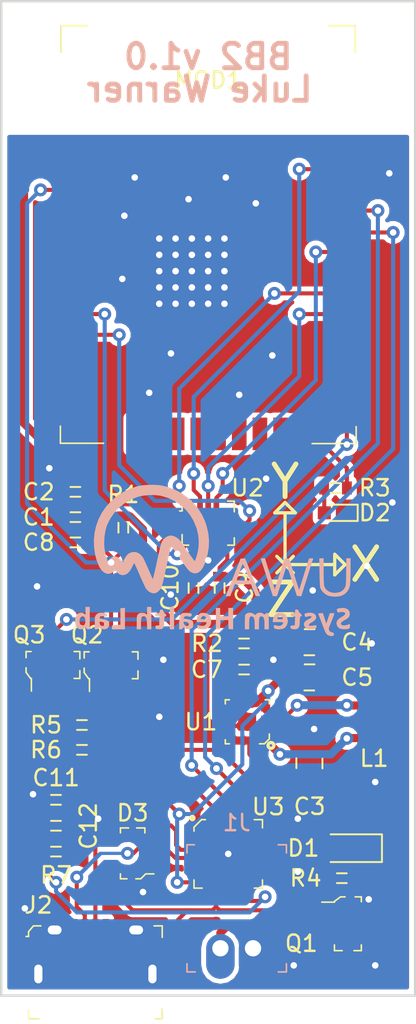
<source format=kicad_pcb>
(kicad_pcb (version 20171130) (host pcbnew "(5.0.0)")
  (layers (0 F.Cu signal) (31 B.Cu signal) (34 B.Paste user hide) (35 F.Paste user hide) (36 B.SilkS user) (37 F.SilkS user) (38 B.Mask user hide) (39 F.Mask user hide) (44 Edge.Cuts user))
  (net 0 "")
  (net 1 GND)
  (net 2 VDD3V3)
  (net 3 "Net-(C3-Pad1)")
  (net 4 "Net-(C7-Pad1)")
  (net 5 EN)
  (net 6 VDDIO)
  (net 7 "Net-(D2-Pad2)")
  (net 8 VBAT)
  (net 9 USB_DP)
  (net 10 "Net-(J2-Pad4)")
  (net 11 USB_DN)
  (net 12 VBUS)
  (net 13 "Net-(L1-Pad1)")
  (net 14 "Net-(L1-Pad2)")
  (net 15 "Net-(MOD1-Pad16)")
  (net 16 "Net-(MOD1-Pad17)")
  (net 17 "Net-(MOD1-Pad18)")
  (net 18 "Net-(MOD1-Pad19)")
  (net 19 "Net-(MOD1-Pad20)")
  (net 20 "Net-(MOD1-Pad21)")
  (net 21 "Net-(MOD1-Pad22)")
  (net 22 "Net-(MOD1-Pad23)")
  (net 23 "Net-(MOD1-Pad4)")
  (net 24 "Net-(MOD1-Pad5)")
  (net 25 "Net-(MOD1-Pad6)")
  (net 26 "Net-(MOD1-Pad7)")
  (net 27 LED)
  (net 28 INT1)
  (net 29 INT2)
  (net 30 "Net-(MOD1-Pad11)")
  (net 31 "Net-(MOD1-Pad12)")
  (net 32 "Net-(MOD1-Pad13)")
  (net 33 "Net-(MOD1-Pad14)")
  (net 34 MOSI)
  (net 35 "Net-(MOD1-Pad36)")
  (net 36 TXD)
  (net 37 RXD)
  (net 38 CS)
  (net 39 "Net-(MOD1-Pad32)")
  (net 40 MISO)
  (net 41 SCL)
  (net 42 "Net-(MOD1-Pad29)")
  (net 43 "Net-(MOD1-Pad28)")
  (net 44 "Net-(MOD1-Pad27)")
  (net 45 "Net-(MOD1-Pad26)")
  (net 46 IO0)
  (net 47 "Net-(R2-Pad1)")
  (net 48 "Net-(Q2-Pad1)")
  (net 49 DTR)
  (net 50 RTS)
  (net 51 "Net-(Q3-Pad1)")
  (net 52 "Net-(R7-Pad2)")
  (net 53 "Net-(U2-Pad11)")
  (net 54 "Net-(U2-Pad10)")
  (net 55 "Net-(U3-Pad1)")
  (net 56 "Net-(U3-Pad16)")
  (net 57 "Net-(U3-Pad17)")
  (net 58 "Net-(U3-Pad18)")
  (net 59 "Net-(U3-Pad15)")
  (net 60 "Net-(U3-Pad14)")
  (net 61 "Net-(U3-Pad13)")
  (net 62 "Net-(U3-Pad10)")
  (net 63 "Net-(U3-Pad11)")
  (net 64 "Net-(U3-Pad12)")
  (net 65 "Net-(U3-Pad22)")
  (net 66 "Net-(U3-Pad24)")
  (net 67 "Net-(MOD1-Pad8)")
  (module myfootprint:LGA-14L_2.5x3mm__ISM330DLC (layer F.Cu) (at 151.13 118.5545)
    (fp_text reference U2 (at 2.413 -2.159) (layer F.SilkS))
    (fp_text value ISM330DLC)
    (pad 2 smd rect (at -1.175 -0.25) (size 0.7 0.35) (layers F.Cu F.Paste F.Mask) (net 6 VDDIO))
    (pad 3 smd rect (at -1.175 0.25) (size 0.7 0.35) (layers F.Cu F.Paste F.Mask) (net 6 VDDIO))
    (pad 4 smd rect (at -1.175 0.75) (size 0.7 0.35) (layers F.Cu F.Paste F.Mask) (net 28 INT1))
    (pad 1 smd rect (at -1.175 -0.75) (size 0.7 0.35) (layers F.Cu F.Paste F.Mask) (net 40 MISO))
    (pad 11 smd rect (at 1.175 -0.75) (size 0.7 0.35) (layers F.Cu F.Paste F.Mask) (net 53 "Net-(U2-Pad11)"))
    (pad 10 smd rect (at 1.175 -0.25) (size 0.7 0.35) (layers F.Cu F.Paste F.Mask) (net 54 "Net-(U2-Pad10)"))
    (pad 9 smd rect (at 1.175 0.25) (size 0.7 0.35) (layers F.Cu F.Paste F.Mask) (net 29 INT2))
    (pad 8 smd rect (at 1.175 0.75) (size 0.7 0.35) (layers F.Cu F.Paste F.Mask) (net 2 VDD3V3))
    (pad 6 smd rect (at 0 0.925) (size 0.35 0.7) (layers F.Cu F.Paste F.Mask) (net 1 GND))
    (pad 7 smd rect (at 0.5 0.925) (size 0.35 0.7) (layers F.Cu F.Paste F.Mask) (net 1 GND))
    (pad 5 smd rect (at -0.5 0.925) (size 0.35 0.7) (layers F.Cu F.Paste F.Mask) (net 6 VDDIO))
    (pad 13 smd rect (at 0 -0.925) (size 0.35 0.7) (layers F.Cu F.Paste F.Mask) (net 41 SCL))
    (pad 14 smd rect (at -0.5 -0.925) (size 0.35 0.7) (layers F.Cu F.Paste F.Mask) (net 34 MOSI))
    (pad 12 smd rect (at 0.5 -0.925) (size 0.35 0.7) (layers F.Cu F.Paste F.Mask) (net 38 CS))
  )
  (module digikey-footprints:LED_0603 (layer F.Cu) (at 159.004 117.9195 180)
    (fp_text reference D2 (at -2.3495 0 180) (layer F.SilkS))
    (fp_text value LED_RED)
    (pad 2 smd rect (at 0.75 0 180) (size 0.8 0.8) (layers F.Cu F.Paste F.Mask) (net 7 "Net-(D2-Pad2)"))
    (pad 1 smd rect (at -0.75 0 180) (size 0.8 0.8) (layers F.Cu F.Paste F.Mask) (net 1 GND))
  )
  (module myfootprint:QFN-24-1EP_4x4mm_CP2102N (layer F.Cu) (at 152.360278 138.843241)
    (fp_text reference U3 (at 2.452722 -2.889741) (layer F.SilkS))
    (fp_text value CP2102N-A01-GQFN24)
    (pad 25 smd rect (at 0 0) (size 2.55 2.55) (layers F.Cu F.Paste F.Mask) (net 1 GND))
    (pad 24 smd rect (at -1.25 -2) (size 0.3 0.85) (layers F.Cu F.Paste F.Mask) (net 66 "Net-(U3-Pad24)"))
    (pad 23 smd rect (at -0.75 -2) (size 0.3 0.85) (layers F.Cu F.Paste F.Mask) (net 49 DTR))
    (pad 19 smd rect (at 1.25 -2) (size 0.3 0.85) (layers F.Cu F.Paste F.Mask) (net 50 RTS))
    (pad 20 smd rect (at 0.75 -2) (size 0.3 0.85) (layers F.Cu F.Paste F.Mask) (net 37 RXD))
    (pad 21 smd rect (at 0.25 -2) (size 0.3 0.85) (layers F.Cu F.Paste F.Mask) (net 36 TXD))
    (pad 22 smd rect (at -0.25 -2) (size 0.3 0.85) (layers F.Cu F.Paste F.Mask) (net 65 "Net-(U3-Pad22)"))
    (pad 12 smd rect (at 1.25 2) (size 0.3 0.85) (layers F.Cu F.Paste F.Mask) (net 64 "Net-(U3-Pad12)"))
    (pad 11 smd rect (at 0.75 2) (size 0.3 0.85) (layers F.Cu F.Paste F.Mask) (net 63 "Net-(U3-Pad11)"))
    (pad 10 smd rect (at 0.25 2) (size 0.3 0.85) (layers F.Cu F.Paste F.Mask) (net 62 "Net-(U3-Pad10)"))
    (pad 7 smd rect (at -1.25 2) (size 0.3 0.85) (layers F.Cu F.Paste F.Mask) (net 2 VDD3V3))
    (pad 8 smd rect (at -0.75 2) (size 0.3 0.85) (layers F.Cu F.Paste F.Mask) (net 12 VBUS))
    (pad 9 smd rect (at -0.25 2) (size 0.3 0.85) (layers F.Cu F.Paste F.Mask) (net 52 "Net-(R7-Pad2)"))
    (pad 13 smd rect (at 2 1.25) (size 0.85 0.3) (layers F.Cu F.Paste F.Mask) (net 61 "Net-(U3-Pad13)"))
    (pad 14 smd rect (at 2 0.75) (size 0.85 0.3) (layers F.Cu F.Paste F.Mask) (net 60 "Net-(U3-Pad14)"))
    (pad 15 smd rect (at 2 0.25) (size 0.85 0.3) (layers F.Cu F.Paste F.Mask) (net 59 "Net-(U3-Pad15)"))
    (pad 18 smd rect (at 2 -1.25) (size 0.85 0.3) (layers F.Cu F.Paste F.Mask) (net 58 "Net-(U3-Pad18)"))
    (pad 17 smd rect (at 2 -0.75) (size 0.85 0.3) (layers F.Cu F.Paste F.Mask) (net 57 "Net-(U3-Pad17)"))
    (pad 16 smd rect (at 2 -0.25) (size 0.85 0.3) (layers F.Cu F.Paste F.Mask) (net 56 "Net-(U3-Pad16)"))
    (pad 1 smd rect (at -2 -1.25) (size 0.85 0.3) (layers F.Cu F.Paste F.Mask) (net 55 "Net-(U3-Pad1)"))
    (pad 2 smd rect (at -2 -0.75) (size 0.85 0.3) (layers F.Cu F.Paste F.Mask) (net 1 GND))
    (pad 6 smd rect (at -2 1.25) (size 0.85 0.3) (layers F.Cu F.Paste F.Mask) (net 2 VDD3V3))
    (pad 5 smd rect (at -2 0.75) (size 0.85 0.3) (layers F.Cu F.Paste F.Mask) (net 2 VDD3V3))
    (pad 4 smd rect (at -2 0.25) (size 0.85 0.3) (layers F.Cu F.Paste F.Mask) (net 11 USB_DN))
    (pad 3 smd rect (at -2 -0.25) (size 0.85 0.3) (layers F.Cu F.Paste F.Mask) (net 9 USB_DP))
  )
  (module digikey-footprints:0603 (layer F.Cu) (at 142.98 118.184 180)
    (fp_text reference C1 (at 2.25 0 180) (layer F.SilkS))
    (fp_text value 100n)
    (pad 1 smd rect (at -0.7 0 180) (size 0.6 0.8) (layers F.Cu F.Paste F.Mask) (net 2 VDD3V3))
    (pad 2 smd rect (at 0.7 0 180) (size 0.6 0.8) (layers F.Cu F.Paste F.Mask) (net 1 GND))
  )
  (module digikey-footprints:0603 (layer F.Cu) (at 142.98 116.634 180)
    (fp_text reference C2 (at 2.25 0 180) (layer F.SilkS))
    (fp_text value 10u)
    (pad 1 smd rect (at -0.7 0 180) (size 0.6 0.8) (layers F.Cu F.Paste F.Mask) (net 2 VDD3V3))
    (pad 2 smd rect (at 0.7 0 180) (size 0.6 0.8) (layers F.Cu F.Paste F.Mask) (net 1 GND))
  )
  (module digikey-footprints:0805 (layer F.Cu) (at 157.340926 133.27924 90)
    (fp_text reference C3 (at -2.65476 0.012074 180) (layer F.SilkS))
    (fp_text value 22u)
    (pad 1 smd rect (at -1.05 0 90) (size 1.2 1.2) (layers F.Cu F.Paste F.Mask) (net 3 "Net-(C3-Pad1)"))
    (pad 2 smd rect (at 1.05 0 90) (size 1.2 1.2) (layers F.Cu F.Paste F.Mask) (net 1 GND))
  )
  (module digikey-footprints:0805 (layer F.Cu) (at 157.353 125.857)
    (fp_text reference C4 (at 2.921 0) (layer F.SilkS))
    (fp_text value 22u)
    (pad 1 smd rect (at -1.05 0) (size 1.2 1.2) (layers F.Cu F.Paste F.Mask) (net 2 VDD3V3))
    (pad 2 smd rect (at 1.05 0) (size 1.2 1.2) (layers F.Cu F.Paste F.Mask) (net 1 GND))
  )
  (module digikey-footprints:0805 (layer F.Cu) (at 157.353 128.016)
    (fp_text reference C5 (at 2.921 0) (layer F.SilkS))
    (fp_text value 22u)
    (pad 1 smd rect (at -1.05 0) (size 1.2 1.2) (layers F.Cu F.Paste F.Mask) (net 2 VDD3V3))
    (pad 2 smd rect (at 1.05 0) (size 1.2 1.2) (layers F.Cu F.Paste F.Mask) (net 1 GND))
  )
  (module digikey-footprints:0603 (layer F.Cu) (at 153.33 127.534)
    (fp_text reference C7 (at -2.286 0 180) (layer F.SilkS))
    (fp_text value 1n)
    (pad 1 smd rect (at -0.7 0) (size 0.6 0.8) (layers F.Cu F.Paste F.Mask) (net 4 "Net-(C7-Pad1)"))
    (pad 2 smd rect (at 0.7 0) (size 0.6 0.8) (layers F.Cu F.Paste F.Mask) (net 1 GND))
  )
  (module digikey-footprints:0603 (layer F.Cu) (at 142.98 119.734 180)
    (fp_text reference C8 (at 2.25 0) (layer F.SilkS))
    (fp_text value 100n)
    (pad 1 smd rect (at -0.7 0 180) (size 0.6 0.8) (layers F.Cu F.Paste F.Mask) (net 5 EN))
    (pad 2 smd rect (at 0.7 0 180) (size 0.6 0.8) (layers F.Cu F.Paste F.Mask) (net 1 GND))
  )
  (module digikey-footprints:0603 (layer F.Cu) (at 151.83 122.534 270)
    (fp_text reference C9 (at -0.0225 -1.538 90) (layer F.SilkS))
    (fp_text value 100n)
    (pad 2 smd rect (at 0.7 0 270) (size 0.6 0.8) (layers F.Cu F.Paste F.Mask) (net 1 GND))
    (pad 1 smd rect (at -0.7 0 270) (size 0.6 0.8) (layers F.Cu F.Paste F.Mask) (net 2 VDD3V3))
  )
  (module digikey-footprints:0603 (layer F.Cu) (at 150.23 122.534 270)
    (fp_text reference C10 (at -0.0225 1.438 270) (layer F.SilkS))
    (fp_text value 100n)
    (pad 2 smd rect (at 0.7 0 270) (size 0.6 0.8) (layers F.Cu F.Paste F.Mask) (net 1 GND))
    (pad 1 smd rect (at -0.7 0 270) (size 0.6 0.8) (layers F.Cu F.Paste F.Mask) (net 6 VDDIO))
  )
  (module digikey-footprints:0603 (layer F.Cu) (at 141.789552 135.527473 180)
    (fp_text reference C11 (at -0.005948 1.351973) (layer F.SilkS))
    (fp_text value 100n)
    (pad 1 smd rect (at -0.7 0 180) (size 0.6 0.8) (layers F.Cu F.Paste F.Mask) (net 2 VDD3V3))
    (pad 2 smd rect (at 0.7 0 180) (size 0.6 0.8) (layers F.Cu F.Paste F.Mask) (net 1 GND))
  )
  (module digikey-footprints:0603 (layer F.Cu) (at 141.789552 137.117693 180)
    (fp_text reference C12 (at -1.990448 -0.016307 270) (layer F.SilkS))
    (fp_text value 10u)
    (pad 1 smd rect (at -0.7 0 180) (size 0.6 0.8) (layers F.Cu F.Paste F.Mask) (net 2 VDD3V3))
    (pad 2 smd rect (at 0.7 0 180) (size 0.6 0.8) (layers F.Cu F.Paste F.Mask) (net 1 GND))
  )
  (module Diodes_SMD:D_SOD-323_HandSoldering (layer F.Cu) (at 159.893 138.4935 180)
    (fp_text reference D1 (at 2.921 0 180) (layer F.SilkS))
    (fp_text value BAT760Q)
    (pad 1 smd rect (at -1.25 0 180) (size 1 1) (layers F.Cu F.Paste F.Mask) (net 3 "Net-(C3-Pad1)"))
    (pad 2 smd rect (at 1.25 0 180) (size 1 1) (layers F.Cu F.Paste F.Mask) (net 12 VBUS))
  )
  (module digikey-footprints:USB_Micro_B_Female_10118194-0001LF (layer F.Cu) (at 144.2085 143.51)
    (fp_text reference J2 (at -3.4925 -1.524 180) (layer F.SilkS))
    (fp_text value 10118194-0001LF)
    (pad SH thru_hole oval (at 3.5 2.7) (size 1 1.55) (drill oval 0.5 1.15) (layers *.Cu *.Mask) (net 1 GND))
    (pad SH thru_hole oval (at -3.5 2.7) (size 1 1.55) (drill oval 0.5 1.15) (layers *.Cu *.Mask) (net 1 GND))
    (pad SH thru_hole oval (at -2.5 0) (size 1.25 0.95) (drill oval 0.85 0.55) (layers *.Cu *.Mask) (net 1 GND))
    (pad SH thru_hole oval (at 2.5 0) (size 1.25 0.95) (drill oval 0.85 0.55) (layers *.Cu *.Mask) (net 1 GND))
    (pad 1 smd rect (at -1.3 0) (size 0.4 1.35) (layers F.Cu F.Paste F.Mask) (net 12 VBUS))
    (pad 2 smd rect (at -0.65 0) (size 0.4 1.35) (layers F.Cu F.Paste F.Mask) (net 11 USB_DN))
    (pad 5 smd rect (at 1.3 0) (size 0.4 1.35) (layers F.Cu F.Paste F.Mask) (net 1 GND))
    (pad 4 smd rect (at 0.65 0) (size 0.4 1.35) (layers F.Cu F.Paste F.Mask) (net 10 "Net-(J2-Pad4)"))
    (pad 3 smd rect (at 0 0) (size 0.4 1.35) (layers F.Cu F.Paste F.Mask) (net 9 USB_DP))
  )
  (module myfootprint:Murata_Inductor (layer F.Cu) (at 161.298 130.73924 90)
    (fp_text reference L1 (at -2.24476 0.012074 180) (layer F.SilkS))
    (fp_text value 1.5u)
    (pad 2 smd roundrect (at 1 0 90) (size 0.8 2) (layers F.Cu F.Paste F.Mask) (roundrect_rratio 0.1) (net 14 "Net-(L1-Pad2)"))
    (pad 1 smd roundrect (at -1 0 90) (size 0.8 2) (layers F.Cu F.Paste F.Mask) (roundrect_rratio 0.1) (net 13 "Net-(L1-Pad1)"))
  )
  (module digikey-footprints:ESP32-WROOM-32D (layer F.Cu) (at 151.13 103.8225)
    (fp_text reference MOD1 (at 0 -12.446) (layer F.SilkS))
    (fp_text value ESP32-WROOM-32)
    (pad 39 smd rect (at -1 -0.755) (size 5 5) (layers F.Cu F.Paste F.Mask) (net 1 GND))
    (pad 25 smd rect (at 8.5 8.255) (size 2 0.9) (layers F.Cu F.Paste F.Mask) (net 46 IO0))
    (pad 26 smd rect (at 8.5 6.985) (size 2 0.9) (layers F.Cu F.Paste F.Mask) (net 45 "Net-(MOD1-Pad26)"))
    (pad 27 smd rect (at 8.5 5.715) (size 2 0.9) (layers F.Cu F.Paste F.Mask) (net 44 "Net-(MOD1-Pad27)"))
    (pad 28 smd rect (at 8.5 4.445) (size 2 0.9) (layers F.Cu F.Paste F.Mask) (net 43 "Net-(MOD1-Pad28)"))
    (pad 29 smd rect (at 8.5 3.175) (size 2 0.9) (layers F.Cu F.Paste F.Mask) (net 42 "Net-(MOD1-Pad29)"))
    (pad 30 smd rect (at 8.5 1.905) (size 2 0.9) (layers F.Cu F.Paste F.Mask) (net 41 SCL))
    (pad 31 smd rect (at 8.5 0.635) (size 2 0.9) (layers F.Cu F.Paste F.Mask) (net 40 MISO))
    (pad 32 smd rect (at 8.5 -0.635) (size 2 0.9) (layers F.Cu F.Paste F.Mask) (net 39 "Net-(MOD1-Pad32)"))
    (pad 33 smd rect (at 8.5 -1.905) (size 2 0.9) (layers F.Cu F.Paste F.Mask) (net 38 CS))
    (pad 34 smd rect (at 8.5 -3.175) (size 2 0.9) (layers F.Cu F.Paste F.Mask) (net 37 RXD))
    (pad 35 smd rect (at 8.5 -4.445) (size 2 0.9) (layers F.Cu F.Paste F.Mask) (net 36 TXD))
    (pad 36 smd rect (at 8.5 -5.715) (size 2 0.9) (layers F.Cu F.Paste F.Mask) (net 35 "Net-(MOD1-Pad36)"))
    (pad 37 smd rect (at 8.5 -6.985) (size 2 0.9) (layers F.Cu F.Paste F.Mask) (net 34 MOSI))
    (pad 38 smd rect (at 8.5 -8.255) (size 2 0.9) (layers F.Cu F.Paste F.Mask) (net 1 GND))
    (pad 14 smd rect (at -8.5 8.255) (size 2 0.9) (layers F.Cu F.Paste F.Mask) (net 33 "Net-(MOD1-Pad14)"))
    (pad 13 smd rect (at -8.5 6.985) (size 2 0.9) (layers F.Cu F.Paste F.Mask) (net 32 "Net-(MOD1-Pad13)"))
    (pad 12 smd rect (at -8.5 5.715) (size 2 0.9) (layers F.Cu F.Paste F.Mask) (net 31 "Net-(MOD1-Pad12)"))
    (pad 11 smd rect (at -8.5 4.445) (size 2 0.9) (layers F.Cu F.Paste F.Mask) (net 30 "Net-(MOD1-Pad11)"))
    (pad 10 smd rect (at -8.5 3.175) (size 2 0.9) (layers F.Cu F.Paste F.Mask) (net 29 INT2))
    (pad 9 smd rect (at -8.5 1.905) (size 2 0.9) (layers F.Cu F.Paste F.Mask) (net 28 INT1))
    (pad 8 smd rect (at -8.5 0.635) (size 2 0.9) (layers F.Cu F.Paste F.Mask) (net 67 "Net-(MOD1-Pad8)"))
    (pad 7 smd rect (at -8.5 -0.635) (size 2 0.9) (layers F.Cu F.Paste F.Mask) (net 26 "Net-(MOD1-Pad7)"))
    (pad 6 smd rect (at -8.5 -1.905) (size 2 0.9) (layers F.Cu F.Paste F.Mask) (net 25 "Net-(MOD1-Pad6)"))
    (pad 5 smd rect (at -8.5 -3.175) (size 2 0.9) (layers F.Cu F.Paste F.Mask) (net 24 "Net-(MOD1-Pad5)"))
    (pad 4 smd rect (at -8.5 -4.445) (size 2 0.9) (layers F.Cu F.Paste F.Mask) (net 23 "Net-(MOD1-Pad4)"))
    (pad 3 smd rect (at -8.5 -5.715) (size 2 0.9) (layers F.Cu F.Paste F.Mask) (net 5 EN))
    (pad 2 smd rect (at -8.5 -6.985) (size 2 0.9) (layers F.Cu F.Paste F.Mask) (net 2 VDD3V3))
    (pad 24 smd rect (at 5.715 9.255 90) (size 2 0.9) (layers F.Cu F.Paste F.Mask) (net 27 LED))
    (pad 23 smd rect (at 4.445 9.255 90) (size 2 0.9) (layers F.Cu F.Paste F.Mask) (net 22 "Net-(MOD1-Pad23)"))
    (pad 22 smd rect (at 3.175 9.255 90) (size 2 0.9) (layers F.Cu F.Paste F.Mask) (net 21 "Net-(MOD1-Pad22)"))
    (pad 21 smd rect (at 1.905 9.255 90) (size 2 0.9) (layers F.Cu F.Paste F.Mask) (net 20 "Net-(MOD1-Pad21)"))
    (pad 20 smd rect (at 0.635 9.255 90) (size 2 0.9) (layers F.Cu F.Paste F.Mask) (net 19 "Net-(MOD1-Pad20)"))
    (pad 19 smd rect (at -0.635 9.255 90) (size 2 0.9) (layers F.Cu F.Paste F.Mask) (net 18 "Net-(MOD1-Pad19)"))
    (pad 18 smd rect (at -1.905 9.255 90) (size 2 0.9) (layers F.Cu F.Paste F.Mask) (net 17 "Net-(MOD1-Pad18)"))
    (pad 17 smd rect (at -3.175 9.255 90) (size 2 0.9) (layers F.Cu F.Paste F.Mask) (net 16 "Net-(MOD1-Pad17)"))
    (pad 16 smd rect (at -4.445 9.255 90) (size 2 0.9) (layers F.Cu F.Paste F.Mask) (net 15 "Net-(MOD1-Pad16)"))
    (pad 15 smd rect (at -5.715 9.255 90) (size 2 0.9) (layers F.Cu F.Paste F.Mask) (net 1 GND))
    (pad 1 smd rect (at -8.5 -8.255) (size 2 0.9) (layers F.Cu F.Paste F.Mask) (net 1 GND))
  )
  (module digikey-footprints:SOT-23-3 (layer F.Cu) (at 159.7025 143.129)
    (fp_text reference Q1 (at -2.8575 1.2065 180) (layer F.SilkS))
    (fp_text value DMP3099L)
    (pad 1 smd rect (at -1.05 -0.95) (size 1.3 0.6) (layers F.Cu F.Paste F.Mask) (net 12 VBUS))
    (pad 2 smd rect (at -1.05 0.95) (size 1.3 0.6) (layers F.Cu F.Paste F.Mask) (net 3 "Net-(C3-Pad1)"))
    (pad 3 smd rect (at 1.05 0) (size 1.3 0.6) (layers F.Cu F.Paste F.Mask) (net 8 VBAT))
  )
  (module digikey-footprints:SOT-23-3 (layer F.Cu) (at 145.170957 127.272073 90)
    (fp_text reference Q2 (at 1.859573 -1.470457) (layer F.SilkS))
    (fp_text value MMSS8050-H)
    (pad 1 smd rect (at -1.05 -0.95 90) (size 1.3 0.6) (layers F.Cu F.Paste F.Mask) (net 48 "Net-(Q2-Pad1)"))
    (pad 2 smd rect (at -1.05 0.95 90) (size 1.3 0.6) (layers F.Cu F.Paste F.Mask) (net 50 RTS))
    (pad 3 smd rect (at 1.05 0 90) (size 1.3 0.6) (layers F.Cu F.Paste F.Mask) (net 5 EN))
  )
  (module digikey-footprints:SOT-23-3 (layer F.Cu) (at 141.605 127.254 90)
    (fp_text reference Q3 (at 1.8415 -1.4605 180) (layer F.SilkS))
    (fp_text value MMSS8050-H)
    (pad 1 smd rect (at -1.05 -0.95 90) (size 1.3 0.6) (layers F.Cu F.Paste F.Mask) (net 51 "Net-(Q3-Pad1)"))
    (pad 2 smd rect (at -1.05 0.95 90) (size 1.3 0.6) (layers F.Cu F.Paste F.Mask) (net 49 DTR))
    (pad 3 smd rect (at 1.05 0 90) (size 1.3 0.6) (layers F.Cu F.Paste F.Mask) (net 46 IO0))
  )
  (module digikey-footprints:0603 (layer F.Cu) (at 145.923 118.834 270)
    (fp_text reference R1 (at -2.032 0 180) (layer F.SilkS))
    (fp_text value 10k)
    (pad 1 smd rect (at -0.7 0 270) (size 0.6 0.8) (layers F.Cu F.Paste F.Mask) (net 2 VDD3V3))
    (pad 2 smd rect (at 0.7 0 270) (size 0.6 0.8) (layers F.Cu F.Paste F.Mask) (net 5 EN))
  )
  (module digikey-footprints:0603 (layer F.Cu) (at 153.33 125.934)
    (fp_text reference R2 (at -2.273926 0) (layer F.SilkS))
    (fp_text value 1M)
    (pad 1 smd rect (at -0.7 0) (size 0.6 0.8) (layers F.Cu F.Paste F.Mask) (net 47 "Net-(R2-Pad1)"))
    (pad 2 smd rect (at 0.7 0) (size 0.6 0.8) (layers F.Cu F.Paste F.Mask) (net 2 VDD3V3))
  )
  (module digikey-footprints:0603 (layer F.Cu) (at 158.9405 116.3955 180)
    (fp_text reference R3 (at -2.413 0 180) (layer F.SilkS))
    (fp_text value 2k)
    (pad 1 smd rect (at -0.7 0 180) (size 0.6 0.8) (layers F.Cu F.Paste F.Mask) (net 27 LED))
    (pad 2 smd rect (at 0.7 0 180) (size 0.6 0.8) (layers F.Cu F.Paste F.Mask) (net 7 "Net-(D2-Pad2)"))
  )
  (module digikey-footprints:0603 (layer F.Cu) (at 159.33 140.334)
    (fp_text reference R4 (at -2.2225 0) (layer F.SilkS))
    (fp_text value 100k)
    (pad 1 smd rect (at -0.7 0) (size 0.6 0.8) (layers F.Cu F.Paste F.Mask) (net 12 VBUS))
    (pad 2 smd rect (at 0.7 0) (size 0.6 0.8) (layers F.Cu F.Paste F.Mask) (net 1 GND))
  )
  (module digikey-footprints:0603 (layer F.Cu) (at 143.383 130.937)
    (fp_text reference R5 (at -2.203 0) (layer F.SilkS))
    (fp_text value 10k)
    (pad 1 smd rect (at -0.7 0) (size 0.6 0.8) (layers F.Cu F.Paste F.Mask) (net 49 DTR))
    (pad 2 smd rect (at 0.7 0) (size 0.6 0.8) (layers F.Cu F.Paste F.Mask) (net 48 "Net-(Q2-Pad1)"))
  )
  (module digikey-footprints:0603 (layer F.Cu) (at 143.383 132.461 180)
    (fp_text reference R6 (at 2.203 0 180) (layer F.SilkS))
    (fp_text value 10k)
    (pad 1 smd rect (at -0.7 0 180) (size 0.6 0.8) (layers F.Cu F.Paste F.Mask) (net 50 RTS))
    (pad 2 smd rect (at 0.7 0 180) (size 0.6 0.8) (layers F.Cu F.Paste F.Mask) (net 51 "Net-(Q3-Pad1)"))
  )
  (module digikey-footprints:0603 (layer F.Cu) (at 141.789552 138.702473 180)
    (fp_text reference R7 (at -0.005948 -1.442027 180) (layer F.SilkS))
    (fp_text value 2k)
    (pad 1 smd rect (at -0.7 0 180) (size 0.6 0.8) (layers F.Cu F.Paste F.Mask) (net 2 VDD3V3))
    (pad 2 smd rect (at 0.7 0 180) (size 0.6 0.8) (layers F.Cu F.Paste F.Mask) (net 52 "Net-(R7-Pad2)"))
  )
  (module digikey-footprints:VQFN-12_2.5x2.5mm (layer F.Cu) (at 153.530926 130.73924 180)
    (fp_text reference U1 (at 2.845426 -0.00726 180) (layer F.SilkS))
    (fp_text value TPS63051)
    (pad 7 smd rect (at 1.15 0.75 180) (size 0.6 0.25) (layers F.Cu F.Paste F.Mask) (net 4 "Net-(C7-Pad1)"))
    (pad 5 smd rect (at -0.25 1.15 180) (size 0.25 0.6) (layers F.Cu F.Paste F.Mask) (net 2 VDD3V3))
    (pad 1 smd rect (at -1.15 -0.75 180) (size 0.6 0.25) (layers F.Cu F.Paste F.Mask) (net 13 "Net-(L1-Pad1)"))
    (pad 2 smd rect (at -1.15 -0.25 180) (size 0.6 0.25) (layers F.Cu F.Paste F.Mask) (net 1 GND))
    (pad 3 smd rect (at -1.15 0.25 180) (size 0.6 0.25) (layers F.Cu F.Paste F.Mask) (net 14 "Net-(L1-Pad2)"))
    (pad 4 smd rect (at -1.15 0.75 180) (size 0.6 0.25) (layers F.Cu F.Paste F.Mask) (net 2 VDD3V3))
    (pad 6 smd rect (at 0.25 1.15 180) (size 0.25 0.6) (layers F.Cu F.Paste F.Mask) (net 1 GND))
    (pad 8 smd rect (at 1.15 0.25 180) (size 0.6 0.25) (layers F.Cu F.Paste F.Mask) (net 47 "Net-(R2-Pad1)"))
    (pad 9 smd rect (at 1.15 -0.25 180) (size 0.6 0.25) (layers F.Cu F.Paste F.Mask) (net 1 GND))
    (pad 10 smd rect (at 1.15 -0.75 180) (size 0.6 0.25) (layers F.Cu F.Paste F.Mask) (net 3 "Net-(C3-Pad1)"))
    (pad 11 smd rect (at 0.25 -1.15 180) (size 0.25 0.6) (layers F.Cu F.Paste F.Mask) (net 3 "Net-(C3-Pad1)"))
    (pad 12 smd rect (at -0.25 -1.15 180) (size 0.25 0.6) (layers F.Cu F.Paste F.Mask) (net 3 "Net-(C3-Pad1)"))
  )
  (module myfootprint:SOT-143-4_SP0503BAHT (layer F.Cu) (at 146.4945 138.811 90)
    (fp_text reference D3 (at 2.4765 0 180) (layer F.SilkS))
    (fp_text value SP0503BAHT)
    (pad 3 smd rect (at 0.96 -1 90) (size 0.55 1.31) (layers F.Cu F.Paste F.Mask) (net 9 USB_DP))
    (pad 2 smd rect (at 0.96 1 90) (size 0.55 1.31) (layers F.Cu F.Paste F.Mask) (net 11 USB_DN))
    (pad 1 smd rect (at -0.76 1 90) (size 0.94 1.31) (layers F.Cu F.Paste F.Mask) (net 1 GND))
    (pad 4 smd rect (at -0.96 -1 90) (size 0.55 1.31) (layers F.Cu F.Paste F.Mask) (net 12 VBUS))
  )
  (module myfootprint:JST-2-PIN-PH-CONN (layer B.Cu) (at 152.88 142.184)
    (fp_text reference J1 (at 0 -5.25) (layer B.SilkS) (effects (justify mirror)))
    (fp_text value JST-2PIN-CONN)
    (pad 2 thru_hole roundrect (at 1 2.45) (size 1.75 2.75) (drill 1 (offset 0 0.5)) (layers *.Cu *.Mask) (roundrect_rratio 0.5) (net 1 GND))
    (pad 1 thru_hole roundrect (at -1 2.45) (size 1.75 2.75) (drill 1 (offset 0 0.5)) (layers *.Cu *.Mask) (roundrect_rratio 0.5) (net 8 VBAT))
  )
  (module "myfootprint:uwa shl logo b+w" (layer B.Cu) (at 151.13 120.934 180)
    (fp_text reference G*** hide)
    (fp_text value LOGO hide)
  )
  (gr_text "BB2 v1.0" (at 151.13 89.934) (layer B.SilkS) (effects (font (size 1.5 1.5) (thickness 0.3)) (justify mirror)))
  (gr_text "Luke Warner" (at 150.606341 91.934) (layer B.SilkS) (effects (font (size 1.5 1.5) (thickness 0.3)) (justify mirror)))
  (gr_line (start 138.43 86.534) (end 138.43 147.534) (layer Edge.Cuts) (width 0.15))
  (gr_line (start 163.83 86.534) (end 138.43 86.534) (layer Edge.Cuts) (width 0.15))
  (gr_line (start 163.83 147.534) (end 163.83 86.534) (layer Edge.Cuts) (width 0.15))
  (gr_line (start 138.43 147.534) (end 163.83 147.534) (layer Edge.Cuts) (width 0.15))
  (gr_circle (center 149.33 117.134) (end 149.33 117.261) (layer F.SilkS) (width 0.2))
  (gr_line (start 156.9895 121.0945) (end 158.8945 121.0945) (layer F.SilkS) (width 0.2))
  (gr_line (start 155.8465 119.8245) (end 155.8465 117.9195) (layer F.SilkS) (width 0.2))
  (gr_line (start 155.8465 121.0945) (end 156.9895 121.0945) (layer F.SilkS) (width 0.2))
  (gr_line (start 155.8465 119.8245) (end 155.8465 121.0945) (layer F.SilkS) (width 0.2))
  (gr_text X (at 160.7995 121.0945) (layer F.SilkS) (effects (font (size 2 2) (thickness 0.3))))
  (gr_text Z (at 155.6385 123.2535) (layer F.SilkS) (effects (font (size 2 2) (thickness 0.3))))
  (gr_text Y (at 155.8465 116.0145) (layer F.SilkS) (effects (font (size 2 2) (thickness 0.3))))
  (gr_line (start 155.3385 120.5865) (end 156.3545 121.6025) (layer F.SilkS) (width 0.2))
  (gr_line (start 156.3545 120.5865) (end 155.3385 121.6025) (layer F.SilkS) (width 0.2))
  (gr_line (start 158.8945 120.4595) (end 158.8945 121.7295) (layer F.SilkS) (width 0.2))
  (gr_line (start 159.5295 121.0945) (end 158.8945 121.7295) (layer F.SilkS) (width 0.2))
  (gr_line (start 159.5295 121.0945) (end 158.8945 120.4595) (layer F.SilkS) (width 0.2))
  (gr_line (start 155.2115 117.9195) (end 156.4815 117.9195) (layer F.SilkS) (width 0.2))
  (gr_line (start 155.8465 117.2845) (end 156.4815 117.9195) (layer F.SilkS) (width 0.2))
  (gr_line (start 155.8465 117.2845) (end 155.2115 117.9195) (layer F.SilkS) (width 0.2))
  (via (at 152.360278 138.843241) (size 0.8) (drill 0.4) (layers F.Cu B.Cu) (net 1))
  (via (at 148.1275 101.093) (size 0.8) (drill 0.4) (layers F.Cu B.Cu) (net 1))
  (via (at 149.1275 101.093) (size 0.8) (drill 0.4) (layers F.Cu B.Cu) (net 1))
  (via (at 150.1275 101.093) (size 0.8) (drill 0.4) (layers F.Cu B.Cu) (net 1))
  (via (at 151.1275 101.093) (size 0.8) (drill 0.4) (layers F.Cu B.Cu) (net 1))
  (via (at 152.1275 101.093) (size 0.8) (drill 0.4) (layers F.Cu B.Cu) (net 1))
  (via (at 152.1275 102.093) (size 0.8) (drill 0.4) (layers F.Cu B.Cu) (net 1))
  (via (at 151.1275 102.093) (size 0.8) (drill 0.4) (layers F.Cu B.Cu) (net 1))
  (via (at 150.1275 102.093) (size 0.8) (drill 0.4) (layers F.Cu B.Cu) (net 1))
  (via (at 149.1275 102.093) (size 0.8) (drill 0.4) (layers F.Cu B.Cu) (net 1))
  (via (at 148.1275 102.093) (size 0.8) (drill 0.4) (layers F.Cu B.Cu) (net 1))
  (via (at 148.1275 103.093) (size 0.8) (drill 0.4) (layers F.Cu B.Cu) (net 1))
  (via (at 149.1275 103.093) (size 0.8) (drill 0.4) (layers F.Cu B.Cu) (net 1))
  (via (at 149.1275 103.093) (size 0.8) (drill 0.4) (layers F.Cu B.Cu) (net 1))
  (via (at 149.1275 103.093) (size 0.8) (drill 0.4) (layers F.Cu B.Cu) (net 1))
  (via (at 150.1275 103.093) (size 0.8) (drill 0.4) (layers F.Cu B.Cu) (net 1))
  (via (at 151.1275 103.093) (size 0.8) (drill 0.4) (layers F.Cu B.Cu) (net 1))
  (via (at 152.1275 103.093) (size 0.8) (drill 0.4) (layers F.Cu B.Cu) (net 1))
  (via (at 152.1275 104.093) (size 0.8) (drill 0.4) (layers F.Cu B.Cu) (net 1))
  (via (at 151.1275 104.093) (size 0.8) (drill 0.4) (layers F.Cu B.Cu) (net 1))
  (via (at 151.1275 104.093) (size 0.8) (drill 0.4) (layers F.Cu B.Cu) (net 1))
  (via (at 151.1275 104.093) (size 0.8) (drill 0.4) (layers F.Cu B.Cu) (net 1))
  (via (at 150.1275 104.093) (size 0.8) (drill 0.4) (layers F.Cu B.Cu) (net 1))
  (via (at 149.1275 104.093) (size 0.8) (drill 0.4) (layers F.Cu B.Cu) (net 1))
  (via (at 148.1275 104.093) (size 0.8) (drill 0.4) (layers F.Cu B.Cu) (net 1))
  (via (at 148.1275 105.093) (size 0.8) (drill 0.4) (layers F.Cu B.Cu) (net 1))
  (via (at 149.1275 105.093) (size 0.8) (drill 0.4) (layers F.Cu B.Cu) (net 1))
  (via (at 150.1275 105.093) (size 0.8) (drill 0.4) (layers F.Cu B.Cu) (net 1))
  (via (at 151.1275 105.093) (size 0.8) (drill 0.4) (layers F.Cu B.Cu) (net 1))
  (via (at 152.1275 105.093) (size 0.8) (drill 0.4) (layers F.Cu B.Cu) (net 1))
  (segment (start 151.610278 138.093241) (end 151.610278 138.093241) (width 0.25) (layer F.Cu) (net 1))
  (segment (start 152.360278 138.843241) (end 152.360278 138.843241) (width 0.25) (layer F.Cu) (net 1))
  (segment (start 151.63 119.4795) (end 151.155001 119.4795) (width 0.25) (layer F.Cu) (net 1))
  (via (at 144.38 136.684) (size 0.8) (drill 0.4) (layers F.Cu B.Cu) (net 1))
  (via (at 141.38 115.184) (size 0.8) (drill 0.4) (layers F.Cu B.Cu) (net 1))
  (via (at 140.63 122.434) (size 0.8) (drill 0.4) (layers F.Cu B.Cu) (net 1))
  (via (at 157.5435 122.682) (size 0.8) (drill 0.4) (layers F.Cu B.Cu) (net 1))
  (via (at 160.88 121.184) (size 0.8) (drill 0.4) (layers F.Cu B.Cu) (net 1))
  (via (at 161.163 125.934) (size 0.8) (drill 0.4) (layers F.Cu B.Cu) (net 1))
  (via (at 162.433 117.2845) (size 0.8) (drill 0.4) (layers F.Cu B.Cu) (net 1))
  (via (at 154.686 115.824) (size 0.8) (drill 0.4) (layers F.Cu B.Cu) (net 1))
  (via (at 153.035 110.6805) (size 0.8) (drill 0.4) (layers F.Cu B.Cu) (net 1))
  (via (at 155.067 108.2675) (size 0.8) (drill 0.4) (layers F.Cu B.Cu) (net 1))
  (via (at 147.5105 110.5535) (size 0.8) (drill 0.4) (layers F.Cu B.Cu) (net 1))
  (via (at 148.844 108.1405) (size 0.8) (drill 0.4) (layers F.Cu B.Cu) (net 1))
  (via (at 145.8595 103.5685) (size 0.8) (drill 0.4) (layers F.Cu B.Cu) (net 1))
  (via (at 145.9865 99.695) (size 0.8) (drill 0.4) (layers F.Cu B.Cu) (net 1))
  (via (at 149.9235 98.679) (size 0.8) (drill 0.4) (layers F.Cu B.Cu) (net 1))
  (via (at 154.051 98.933) (size 0.8) (drill 0.4) (layers F.Cu B.Cu) (net 1))
  (via (at 146.6215 97.3455) (size 0.8) (drill 0.4) (layers F.Cu B.Cu) (net 1))
  (via (at 152.2095 97.3455) (size 0.8) (drill 0.4) (layers F.Cu B.Cu) (net 1))
  (via (at 162.2425 97.0915) (size 0.8) (drill 0.4) (layers F.Cu B.Cu) (net 1))
  (via (at 160.98 141.634) (size 0.8) (drill 0.4) (layers F.Cu B.Cu) (net 1))
  (segment (start 151.610278 138.093241) (end 152.360278 138.843241) (width 0.25) (layer F.Cu) (net 1))
  (segment (start 150.360278 138.093241) (end 151.610278 138.093241) (width 0.25) (layer F.Cu) (net 1))
  (via (at 155.13 126.934) (size 0.8) (drill 0.4) (layers F.Cu B.Cu) (net 1))
  (via (at 148.83 122.934) (size 0.8) (drill 0.4) (layers F.Cu B.Cu) (net 1))
  (via (at 156.63 139.934) (size 0.8) (drill 0.4) (layers F.Cu B.Cu) (net 1))
  (via (at 156.63 136.684) (size 0.8) (drill 0.4) (layers F.Cu B.Cu) (net 1))
  (via (at 161.38 134.434) (size 0.8) (drill 0.4) (layers F.Cu B.Cu) (net 1))
  (via (at 157.63 131.184) (size 0.8) (drill 0.4) (layers F.Cu B.Cu) (net 1))
  (via (at 147.13 141.184) (size 0.8) (drill 0.4) (layers F.Cu B.Cu) (net 1))
  (via (at 148.38 126.934) (size 0.8) (drill 0.4) (layers F.Cu B.Cu) (net 1))
  (via (at 148.13 130.434) (size 0.8) (drill 0.4) (layers F.Cu B.Cu) (net 1))
  (segment (start 154.130926 130.98924) (end 154.680926 130.98924) (width 0.25) (layer F.Cu) (net 1))
  (segment (start 153.280926 130.13924) (end 154.130926 130.98924) (width 0.25) (layer F.Cu) (net 1))
  (segment (start 153.280926 130.13924) (end 153.280926 129.58924) (width 0.25) (layer F.Cu) (net 1))
  (segment (start 153.280926 130.63924) (end 153.280926 130.13924) (width 0.25) (layer F.Cu) (net 1))
  (segment (start 152.930926 130.98924) (end 153.280926 130.63924) (width 0.25) (layer F.Cu) (net 1))
  (segment (start 152.380926 130.98924) (end 152.930926 130.98924) (width 0.25) (layer F.Cu) (net 1))
  (segment (start 154.680926 130.98924) (end 152.380926 130.98924) (width 0.25) (layer F.Cu) (net 1))
  (via (at 140.38 135.184) (size 0.8) (drill 0.4) (layers F.Cu B.Cu) (net 1))
  (via (at 139.88 142.184) (size 0.8) (drill 0.4) (layers F.Cu B.Cu) (net 1))
  (via (at 156.38 145.684) (size 0.8) (drill 0.4) (layers F.Cu B.Cu) (net 1))
  (via (at 161.38 145.684) (size 0.8) (drill 0.4) (layers F.Cu B.Cu) (net 1))
  (via (at 151.13 120.834) (size 0.8) (drill 0.4) (layers F.Cu B.Cu) (net 1))
  (segment (start 154.680926 129.98924) (end 154.855926 129.98924) (width 0.25) (layer F.Cu) (net 2))
  (segment (start 150.360278 140.493241) (end 150.360278 140.093241) (width 0.25) (layer F.Cu) (net 2))
  (segment (start 151.110278 140.843241) (end 150.710278 140.843241) (width 0.25) (layer F.Cu) (net 2))
  (segment (start 150.710278 140.843241) (end 150.360278 140.493241) (width 0.25) (layer F.Cu) (net 2))
  (segment (start 143.729839 118.1085) (end 143.664839 118.1735) (width 0.25) (layer F.Cu) (net 2))
  (segment (start 143.726839 118.2355) (end 143.664839 118.1735) (width 0.25) (layer F.Cu) (net 2))
  (segment (start 156.279166 128.016) (end 156.303 128.016) (width 0.25) (layer F.Cu) (net 2))
  (segment (start 146.023 118.2355) (end 145.923 118.2355) (width 0.25) (layer F.Cu) (net 2))
  (segment (start 142.489552 135.527473) (end 142.489552 137.117693) (width 0.25) (layer F.Cu) (net 2))
  (segment (start 142.489552 137.117693) (end 142.489552 138.702473) (width 0.25) (layer F.Cu) (net 2))
  (via (at 154.813 128.8415) (size 0.8) (drill 0.4) (layers F.Cu B.Cu) (net 2))
  (via (at 149.352 136.398) (size 0.8) (drill 0.4) (layers F.Cu B.Cu) (net 2))
  (segment (start 154.813 129.407185) (end 154.813 128.8415) (width 0.25) (layer B.Cu) (net 2))
  (segment (start 153.2255 133.35) (end 153.2255 130.994685) (width 0.25) (layer B.Cu) (net 2))
  (segment (start 149.352 136.398) (end 150.1775 136.398) (width 0.25) (layer B.Cu) (net 2))
  (segment (start 150.1775 136.398) (end 153.2255 133.35) (width 0.25) (layer B.Cu) (net 2))
  (via (at 149.225 140.589) (size 0.8) (drill 0.4) (layers F.Cu B.Cu) (net 2))
  (segment (start 150.360278 139.593241) (end 150.157259 139.593241) (width 0.25) (layer F.Cu) (net 2))
  (segment (start 149.352 136.398) (end 148.681473 135.727473) (width 0.25) (layer F.Cu) (net 2))
  (segment (start 149.225 136.525) (end 149.352 136.398) (width 0.25) (layer B.Cu) (net 2))
  (segment (start 149.225 140.589) (end 149.225 136.525) (width 0.25) (layer B.Cu) (net 2))
  (segment (start 150.264519 140.589) (end 150.360278 140.493241) (width 0.25) (layer F.Cu) (net 2))
  (segment (start 149.225 140.589) (end 150.264519 140.589) (width 0.25) (layer F.Cu) (net 2))
  (segment (start 150.360278 140.093241) (end 150.360278 139.593241) (width 0.25) (layer F.Cu) (net 2))
  (segment (start 156.303 125.857) (end 156.303 128.016) (width 0.5) (layer F.Cu) (net 2))
  (segment (start 155.6385 128.016) (end 154.813 128.8415) (width 0.5) (layer F.Cu) (net 2))
  (segment (start 156.303 128.016) (end 155.6385 128.016) (width 0.5) (layer F.Cu) (net 2))
  (segment (start 143.704339 118.134) (end 143.664839 118.1735) (width 0.5) (layer F.Cu) (net 2))
  (segment (start 148.481473 135.527473) (end 149.352 136.398) (width 0.25) (layer F.Cu) (net 2))
  (segment (start 142.489552 135.527473) (end 148.481473 135.527473) (width 0.25) (layer F.Cu) (net 2))
  (segment (start 143.73 118.134) (end 143.68 118.184) (width 0.5) (layer F.Cu) (net 2))
  (segment (start 145.923 118.134) (end 143.73 118.134) (width 0.5) (layer F.Cu) (net 2))
  (segment (start 143.68 116.634) (end 143.68 118.184) (width 0.5) (layer F.Cu) (net 2))
  (segment (start 140.5265 96.8375) (end 139.83 97.534) (width 0.5) (layer F.Cu) (net 2))
  (segment (start 142.63 96.8375) (end 140.5265 96.8375) (width 0.5) (layer F.Cu) (net 2))
  (segment (start 139.83 97.534) (end 139.83 112.434) (width 0.5) (layer F.Cu) (net 2))
  (segment (start 139.83 112.434) (end 141.13 113.734) (width 0.5) (layer F.Cu) (net 2))
  (segment (start 141.13 113.734) (end 142.564839 113.734) (width 0.5) (layer F.Cu) (net 2))
  (segment (start 143.68 114.849161) (end 143.68 116.634) (width 0.5) (layer F.Cu) (net 2))
  (segment (start 142.564839 113.734) (end 143.68 114.849161) (width 0.5) (layer F.Cu) (net 2))
  (segment (start 145.923 118.134) (end 146.33 118.134) (width 0.5) (layer F.Cu) (net 2))
  (segment (start 146.33 118.134) (end 147.1295 118.9335) (width 0.5) (layer F.Cu) (net 2))
  (segment (start 147.1295 118.9335) (end 147.1295 122.8335) (width 0.5) (layer F.Cu) (net 2))
  (segment (start 147.1295 122.8335) (end 149.03 124.734) (width 0.5) (layer F.Cu) (net 2))
  (segment (start 153.13 121.834) (end 151.83 121.834) (width 0.5) (layer F.Cu) (net 2))
  (segment (start 153.53 122.234) (end 153.13 121.834) (width 0.5) (layer F.Cu) (net 2))
  (segment (start 149.03 124.734) (end 154.03 124.734) (width 0.5) (layer F.Cu) (net 2))
  (segment (start 154.03 122.734) (end 154.03 125.934) (width 0.5) (layer F.Cu) (net 2))
  (segment (start 153.53 122.234) (end 154.03 122.734) (width 0.5) (layer F.Cu) (net 2))
  (segment (start 156.226 125.934) (end 156.303 125.857) (width 0.5) (layer F.Cu) (net 2))
  (segment (start 154.03 125.934) (end 156.226 125.934) (width 0.5) (layer F.Cu) (net 2))
  (segment (start 154.06526 129.58924) (end 154.813 128.8415) (width 0.5) (layer F.Cu) (net 2))
  (segment (start 153.780926 129.58924) (end 154.06526 129.58924) (width 0.5) (layer F.Cu) (net 2))
  (segment (start 154.680926 128.973574) (end 154.813 128.8415) (width 0.5) (layer F.Cu) (net 2))
  (segment (start 154.680926 129.98924) (end 154.680926 128.973574) (width 0.5) (layer F.Cu) (net 2))
  (segment (start 153.2255 130.994685) (end 154.813 129.407185) (width 0.25) (layer B.Cu) (net 2))
  (segment (start 152.305 119.8545) (end 152.305 119.3545) (width 0.25) (layer F.Cu) (net 2))
  (segment (start 152.305 120.809) (end 152.305 119.8545) (width 0.25) (layer F.Cu) (net 2))
  (segment (start 151.83 121.284) (end 152.305 120.809) (width 0.25) (layer F.Cu) (net 2))
  (segment (start 151.83 121.834) (end 151.83 121.284) (width 0.25) (layer F.Cu) (net 2))
  (segment (start 153.280926 131.88924) (end 153.780926 131.88924) (width 0.25) (layer F.Cu) (net 3))
  (segment (start 152.768926 131.88924) (end 153.280926 131.88924) (width 0.25) (layer F.Cu) (net 3))
  (segment (start 161.562502 144.079) (end 162.2425 143.399002) (width 0.5) (layer F.Cu) (net 3))
  (segment (start 158.6525 144.079) (end 161.562502 144.079) (width 0.5) (layer F.Cu) (net 3))
  (segment (start 161.912182 138.490407) (end 162.2425 138.820725) (width 0.5) (layer F.Cu) (net 3))
  (segment (start 162.2425 138.820725) (end 162.2425 143.399002) (width 0.5) (layer F.Cu) (net 3))
  (segment (start 161.146093 138.490407) (end 161.143 138.4935) (width 0.5) (layer F.Cu) (net 3))
  (segment (start 161.912182 138.490407) (end 161.146093 138.490407) (width 0.5) (layer F.Cu) (net 3))
  (segment (start 157.97874 134.32924) (end 157.340926 134.32924) (width 0.5) (layer F.Cu) (net 3))
  (segment (start 161.143 137.4935) (end 157.97874 134.32924) (width 0.5) (layer F.Cu) (net 3))
  (segment (start 161.143 138.4935) (end 161.143 137.4935) (width 0.5) (layer F.Cu) (net 3))
  (segment (start 156.240926 134.32924) (end 157.340926 134.32924) (width 0.5) (layer F.Cu) (net 3))
  (segment (start 155.420926 134.32924) (end 156.240926 134.32924) (width 0.5) (layer F.Cu) (net 3))
  (segment (start 153.780926 132.68924) (end 155.420926 134.32924) (width 0.5) (layer F.Cu) (net 3))
  (segment (start 153.780926 131.88924) (end 153.780926 132.68924) (width 0.5) (layer F.Cu) (net 3))
  (segment (start 152.380926 131.50124) (end 152.768926 131.88924) (width 0.5) (layer F.Cu) (net 3))
  (segment (start 152.380926 131.48924) (end 152.380926 131.50124) (width 0.5) (layer F.Cu) (net 3))
  (segment (start 153.780926 131.88924) (end 152.768926 131.88924) (width 0.5) (layer F.Cu) (net 3))
  (segment (start 152.380926 129.98924) (end 152.380926 129.97024) (width 0.25) (layer F.Cu) (net 4))
  (segment (start 152.380926 128.734) (end 152.380926 129.98924) (width 0.25) (layer F.Cu) (net 4))
  (segment (start 152.63 128.484926) (end 152.380926 128.734) (width 0.25) (layer F.Cu) (net 4))
  (segment (start 152.63 127.534) (end 152.63 128.484926) (width 0.25) (layer F.Cu) (net 4))
  (segment (start 145.161 126.212116) (end 145.170957 126.222073) (width 0.25) (layer F.Cu) (net 5))
  (segment (start 145.170957 125.322073) (end 145.170957 126.222073) (width 0.25) (layer F.Cu) (net 5))
  (segment (start 144.252 119.6975) (end 145.170957 120.616457) (width 0.25) (layer F.Cu) (net 5))
  (segment (start 143.702 119.6975) (end 144.252 119.6975) (width 0.25) (layer F.Cu) (net 5))
  (via (at 145.170957 120.9675) (size 0.8) (drill 0.4) (layers F.Cu B.Cu) (net 5))
  (segment (start 145.170957 120.616457) (end 145.170957 120.9675) (width 0.25) (layer F.Cu) (net 5))
  (segment (start 145.161 120.957543) (end 145.170957 120.9675) (width 0.25) (layer F.Cu) (net 5))
  (via (at 140.843 98.1075) (size 0.8) (drill 0.4) (layers F.Cu B.Cu) (net 5))
  (segment (start 142.483847 98.253653) (end 142.63 98.1075) (width 0.25) (layer F.Cu) (net 5))
  (segment (start 142.63 98.1075) (end 140.843 98.1075) (width 0.25) (layer F.Cu) (net 5))
  (segment (start 143.637 120.9675) (end 145.170957 120.9675) (width 0.25) (layer B.Cu) (net 5))
  (segment (start 140.017999 117.348499) (end 143.637 120.9675) (width 0.25) (layer B.Cu) (net 5))
  (segment (start 140.843 98.1075) (end 140.017999 98.932501) (width 0.25) (layer B.Cu) (net 5))
  (segment (start 140.017999 98.932501) (end 140.017999 117.348499) (width 0.25) (layer B.Cu) (net 5))
  (segment (start 145.923 120.215457) (end 145.170957 120.9675) (width 0.25) (layer F.Cu) (net 5))
  (segment (start 145.923 119.6355) (end 145.923 120.215457) (width 0.25) (layer F.Cu) (net 5))
  (segment (start 143.764 119.6355) (end 143.702 119.6975) (width 0.25) (layer F.Cu) (net 5))
  (segment (start 145.923 119.6355) (end 143.764 119.6355) (width 0.25) (layer F.Cu) (net 5))
  (segment (start 145.170957 125.322073) (end 145.170957 120.9675) (width 0.25) (layer F.Cu) (net 5))
  (segment (start 149.955 118.3045) (end 149.955 118.8045) (width 0.25) (layer F.Cu) (net 6))
  (segment (start 150.23 120.5975) (end 150.23 121.834) (width 0.25) (layer F.Cu) (net 6))
  (segment (start 150.63 119.4795) (end 150.63 120.1975) (width 0.25) (layer F.Cu) (net 6))
  (segment (start 150.63 120.1975) (end 150.23 120.5975) (width 0.25) (layer F.Cu) (net 6))
  (segment (start 148.73 121.834) (end 150.23 121.834) (width 0.25) (layer F.Cu) (net 6))
  (segment (start 148.1 121.204) (end 148.73 121.834) (width 0.25) (layer F.Cu) (net 6))
  (segment (start 148.1 119.884) (end 148.1 121.204) (width 0.25) (layer F.Cu) (net 6))
  (segment (start 149.1795 118.8045) (end 148.1 119.884) (width 0.25) (layer F.Cu) (net 6))
  (segment (start 149.955 118.8045) (end 149.1795 118.8045) (width 0.25) (layer F.Cu) (net 6))
  (segment (start 158.254 116.409) (end 158.2405 116.3955) (width 0.25) (layer F.Cu) (net 7))
  (segment (start 158.254 117.9195) (end 158.254 116.409) (width 0.25) (layer F.Cu) (net 7))
  (segment (start 160.7525 143.129) (end 152.435 143.129) (width 0.5) (layer F.Cu) (net 8))
  (segment (start 151.88 143.684) (end 151.88 144.634) (width 0.5) (layer F.Cu) (net 8))
  (segment (start 152.435 143.129) (end 151.88 143.684) (width 0.5) (layer F.Cu) (net 8))
  (segment (start 145.1145 137.851) (end 145.4945 137.851) (width 0.25) (layer F.Cu) (net 9))
  (segment (start 144.5895 137.851) (end 145.4945 137.851) (width 0.25) (layer F.Cu) (net 9))
  (segment (start 144.2085 143.51) (end 144.2085 138.232) (width 0.25) (layer F.Cu) (net 9))
  (segment (start 144.2085 138.232) (end 144.5895 137.851) (width 0.25) (layer F.Cu) (net 9))
  (segment (start 145.4945 137.851) (end 145.4945 137.326) (width 0.25) (layer F.Cu) (net 9))
  (segment (start 145.4945 137.326) (end 145.724 137.0965) (width 0.25) (layer F.Cu) (net 9))
  (segment (start 150.360278 138.593241) (end 149.451741 138.593241) (width 0.25) (layer F.Cu) (net 9))
  (segment (start 149.451741 138.593241) (end 149.16 138.3015) (width 0.25) (layer F.Cu) (net 9))
  (segment (start 148.844 137.098) (end 149.16 137.414) (width 0.25) (layer F.Cu) (net 9))
  (segment (start 148.844 137.0965) (end 148.844 137.098) (width 0.25) (layer F.Cu) (net 9))
  (segment (start 149.16 138.3015) (end 149.16 137.414) (width 0.25) (layer F.Cu) (net 9))
  (segment (start 145.724 137.0965) (end 148.844 137.0965) (width 0.25) (layer F.Cu) (net 9))
  (via (at 143.0655 140.2715) (size 0.8) (drill 0.4) (layers F.Cu B.Cu) (net 11))
  (segment (start 143.0505 140.5405) (end 143.0505 140.2865) (width 0.25) (layer F.Cu) (net 11))
  (segment (start 143.0505 140.2865) (end 143.0655 140.2715) (width 0.25) (layer F.Cu) (net 11))
  (via (at 146.177 138.811) (size 0.8) (drill 0.4) (layers F.Cu B.Cu) (net 11))
  (segment (start 143.0655 140.837185) (end 143.0655 140.2715) (width 0.25) (layer F.Cu) (net 11))
  (segment (start 143.0655 142.092) (end 143.0655 140.837185) (width 0.25) (layer F.Cu) (net 11))
  (segment (start 143.5585 142.585) (end 143.0655 142.092) (width 0.25) (layer F.Cu) (net 11))
  (segment (start 143.5585 143.51) (end 143.5585 142.585) (width 0.25) (layer F.Cu) (net 11))
  (segment (start 144.503 138.834) (end 143.0655 140.2715) (width 0.25) (layer B.Cu) (net 11))
  (segment (start 144.526 138.811) (end 146.177 138.811) (width 0.2) (layer B.Cu) (net 11))
  (segment (start 144.503 138.834) (end 144.526 138.811) (width 0.2) (layer B.Cu) (net 11))
  (segment (start 147.4945 137.851) (end 147.137 137.851) (width 0.2) (layer F.Cu) (net 11))
  (segment (start 147.8745 137.851) (end 147.4945 137.851) (width 0.25) (layer F.Cu) (net 11))
  (segment (start 149.116741 139.093241) (end 147.8745 137.851) (width 0.25) (layer F.Cu) (net 11))
  (segment (start 150.360278 139.093241) (end 149.116741 139.093241) (width 0.25) (layer F.Cu) (net 11))
  (segment (start 146.5345 138.811) (end 147.4945 137.851) (width 0.25) (layer F.Cu) (net 11))
  (segment (start 146.177 138.811) (end 146.5345 138.811) (width 0.25) (layer F.Cu) (net 11))
  (segment (start 158.643 140.42) (end 158.685 140.462) (width 0.5) (layer F.Cu) (net 12))
  (segment (start 158.643 138.4935) (end 158.643 140.42) (width 0.5) (layer F.Cu) (net 12))
  (segment (start 158.6525 140.4945) (end 158.685 140.462) (width 0.5) (layer F.Cu) (net 12))
  (segment (start 158.6525 142.179) (end 158.6525 140.4945) (width 0.5) (layer F.Cu) (net 12))
  (segment (start 142.9085 144.435) (end 142.9085 143.51) (width 0.25) (layer F.Cu) (net 12))
  (segment (start 143.2535 144.78) (end 142.9085 144.435) (width 0.25) (layer F.Cu) (net 12))
  (segment (start 147.3835 144.78) (end 143.2535 144.78) (width 0.25) (layer F.Cu) (net 12))
  (segment (start 147.3835 144.78) (end 149.86 142.3035) (width 0.25) (layer F.Cu) (net 12))
  (segment (start 157.6705 142.261) (end 157.7525 142.179) (width 0.25) (layer F.Cu) (net 12))
  (segment (start 151.610278 141.518241) (end 151.61 141.518519) (width 0.25) (layer F.Cu) (net 12))
  (segment (start 157.7525 142.179) (end 158.6525 142.179) (width 0.25) (layer F.Cu) (net 12))
  (segment (start 151.610278 140.843241) (end 151.610278 141.518241) (width 0.25) (layer F.Cu) (net 12))
  (segment (start 151.61 141.518519) (end 151.61 142.084) (width 0.25) (layer F.Cu) (net 12))
  (segment (start 151.8295 142.3035) (end 157.6705 142.3035) (width 0.25) (layer F.Cu) (net 12))
  (segment (start 157.6705 142.3035) (end 157.6705 142.261) (width 0.25) (layer F.Cu) (net 12))
  (segment (start 151.8295 142.3035) (end 151.61 142.084) (width 0.25) (layer F.Cu) (net 12))
  (segment (start 151.3905 142.3035) (end 151.61 142.084) (width 0.25) (layer F.Cu) (net 12))
  (segment (start 149.86 142.3035) (end 151.3905 142.3035) (width 0.25) (layer F.Cu) (net 12))
  (segment (start 145.4945 139.771) (end 145.8745 139.771) (width 0.25) (layer F.Cu) (net 12))
  (segment (start 145.4945 141.2985) (end 145.4945 139.771) (width 0.25) (layer F.Cu) (net 12))
  (segment (start 149.86 142.3035) (end 146.4995 142.3035) (width 0.25) (layer F.Cu) (net 12))
  (segment (start 146.4995 142.3035) (end 145.4945 141.2985) (width 0.25) (layer F.Cu) (net 12))
  (via (at 155.53 132.734) (size 0.8) (drill 0.4) (layers F.Cu B.Cu) (net 13))
  (via (at 159.634926 131.75524) (size 0.8) (drill 0.4) (layers F.Cu B.Cu) (net 13))
  (segment (start 161.539926 131.73924) (end 159.650926 131.73924) (width 0.5) (layer F.Cu) (net 13))
  (segment (start 159.650926 131.73924) (end 159.634926 131.75524) (width 0.5) (layer F.Cu) (net 13))
  (segment (start 158.656166 132.734) (end 159.634926 131.75524) (width 0.5) (layer B.Cu) (net 13))
  (segment (start 155.53 132.734) (end 158.656166 132.734) (width 0.5) (layer B.Cu) (net 13))
  (segment (start 154.680926 131.884926) (end 155.53 132.734) (width 0.5) (layer F.Cu) (net 13))
  (segment (start 154.680926 131.48924) (end 154.680926 131.884926) (width 0.5) (layer F.Cu) (net 13))
  (segment (start 161.539926 129.73924) (end 159.650926 129.73924) (width 0.5) (layer F.Cu) (net 14))
  (segment (start 159.650926 129.73924) (end 159.634926 129.72324) (width 0.5) (layer F.Cu) (net 14))
  (via (at 159.634926 129.72324) (size 0.8) (drill 0.4) (layers F.Cu B.Cu) (net 14))
  (via (at 156.591 129.72324) (size 0.8) (drill 0.4) (layers F.Cu B.Cu) (net 14))
  (segment (start 159.564166 129.794) (end 159.634926 129.72324) (width 0.25) (layer B.Cu) (net 14))
  (segment (start 155.825 130.48924) (end 156.591 129.72324) (width 0.25) (layer F.Cu) (net 14))
  (segment (start 154.680926 130.48924) (end 155.825 130.48924) (width 0.25) (layer F.Cu) (net 14))
  (segment (start 159.634926 129.72324) (end 156.591 129.72324) (width 0.5) (layer B.Cu) (net 14))
  (segment (start 159.6405 115.7455) (end 159.6405 116.3955) (width 0.25) (layer F.Cu) (net 27))
  (segment (start 159.6405 115.173) (end 159.6405 115.7455) (width 0.25) (layer F.Cu) (net 27))
  (segment (start 157.545 113.0775) (end 159.6405 115.173) (width 0.25) (layer F.Cu) (net 27))
  (segment (start 156.845 113.0775) (end 157.545 113.0775) (width 0.25) (layer F.Cu) (net 27))
  (via (at 144.78 105.7275) (size 0.8) (drill 0.4) (layers F.Cu B.Cu) (net 28))
  (segment (start 149.955 119.3545) (end 149.949 119.3545) (width 0.25) (layer F.Cu) (net 28))
  (via (at 149.23 120.434) (size 0.8) (drill 0.4) (layers F.Cu B.Cu) (net 28))
  (segment (start 142.63 105.7275) (end 144.78 105.7275) (width 0.25) (layer F.Cu) (net 28))
  (segment (start 149.955 119.3045) (end 149.955 119.3485) (width 0.25) (layer F.Cu) (net 28))
  (segment (start 149.955 119.709) (end 149.23 120.434) (width 0.25) (layer F.Cu) (net 28))
  (segment (start 149.955 119.3045) (end 149.955 119.709) (width 0.25) (layer F.Cu) (net 28))
  (segment (start 144.78 116.549685) (end 144.78 115.334) (width 0.25) (layer B.Cu) (net 28))
  (segment (start 148.664315 120.434) (end 144.78 116.549685) (width 0.25) (layer B.Cu) (net 28))
  (segment (start 149.23 120.434) (end 148.664315 120.434) (width 0.25) (layer B.Cu) (net 28))
  (segment (start 144.78 115.575815) (end 144.78 115.334) (width 0.25) (layer B.Cu) (net 28))
  (segment (start 144.78 115.334) (end 144.78 105.7275) (width 0.25) (layer B.Cu) (net 28))
  (segment (start 142.63 106.9975) (end 143.88 106.9975) (width 0.25) (layer F.Cu) (net 29))
  (via (at 145.669 106.9975) (size 0.8) (drill 0.4) (layers F.Cu B.Cu) (net 29))
  (segment (start 143.88 106.9975) (end 145.669 106.9975) (width 0.25) (layer F.Cu) (net 29))
  (via (at 153.67 117.7925) (size 0.8) (drill 0.4) (layers F.Cu B.Cu) (net 29))
  (segment (start 153.67 117.7925) (end 153.67 118.358185) (width 0.25) (layer F.Cu) (net 29))
  (segment (start 153.223685 118.8045) (end 153.67 118.358185) (width 0.25) (layer F.Cu) (net 29))
  (segment (start 152.305 118.8045) (end 153.223685 118.8045) (width 0.25) (layer F.Cu) (net 29))
  (segment (start 153.0615 117.184) (end 153.67 117.7925) (width 0.25) (layer B.Cu) (net 29))
  (segment (start 147.8545 117.184) (end 153.0615 117.184) (width 0.25) (layer B.Cu) (net 29))
  (segment (start 145.669 114.9985) (end 147.8545 117.184) (width 0.25) (layer B.Cu) (net 29))
  (segment (start 145.669 106.9975) (end 145.669 114.9985) (width 0.25) (layer B.Cu) (net 29))
  (via (at 156.718 96.8375) (size 0.8) (drill 0.4) (layers F.Cu B.Cu) (net 34))
  (segment (start 159.63 96.8375) (end 156.718 96.8375) (width 0.25) (layer F.Cu) (net 34))
  (via (at 150.241 115.5065) (size 0.8) (drill 0.4) (layers F.Cu B.Cu) (net 34))
  (segment (start 150.241 110.8075) (end 150.241 115.5065) (width 0.25) (layer B.Cu) (net 34))
  (segment (start 156.718 96.8375) (end 156.718 104.3305) (width 0.25) (layer B.Cu) (net 34))
  (segment (start 156.718 104.3305) (end 150.241 110.8075) (width 0.25) (layer B.Cu) (net 34))
  (segment (start 150.241 115.5065) (end 150.241 116.5225) (width 0.25) (layer F.Cu) (net 34))
  (segment (start 150.63 116.9115) (end 150.63 117.6295) (width 0.25) (layer F.Cu) (net 34))
  (segment (start 150.241 116.5225) (end 150.63 116.9115) (width 0.25) (layer F.Cu) (net 34))
  (segment (start 152.610278 135.909778) (end 152.610278 136.843241) (width 0.25) (layer F.Cu) (net 36))
  (segment (start 150.3045 133.604) (end 152.610278 135.909778) (width 0.25) (layer F.Cu) (net 36))
  (segment (start 159.63 99.3775) (end 161.407564 99.3775) (width 0.25) (layer F.Cu) (net 36))
  (via (at 161.544 99.3775) (size 0.8) (drill 0.4) (layers F.Cu B.Cu) (net 36))
  (segment (start 159.63 99.3775) (end 161.544 99.3775) (width 0.25) (layer F.Cu) (net 36))
  (via (at 150.114 133.4135) (size 0.8) (drill 0.4) (layers F.Cu B.Cu) (net 36))
  (segment (start 150.3045 133.604) (end 150.0505 133.35) (width 0.25) (layer F.Cu) (net 36))
  (segment (start 150.114 125.095) (end 150.114 133.4135) (width 0.25) (layer B.Cu) (net 36))
  (segment (start 161.544 113.665) (end 150.114 125.095) (width 0.25) (layer B.Cu) (net 36))
  (segment (start 161.544 99.3775) (end 161.544 113.665) (width 0.25) (layer B.Cu) (net 36))
  (via (at 162.47934 100.720436) (size 0.8) (drill 0.4) (layers F.Cu B.Cu) (net 37))
  (segment (start 159.56734 100.720436) (end 162.47934 100.720436) (width 0.25) (layer F.Cu) (net 37))
  (via (at 151.638 133.604) (size 0.8) (drill 0.4) (layers F.Cu B.Cu) (net 37))
  (segment (start 153.110278 135.076278) (end 151.638 133.604) (width 0.25) (layer F.Cu) (net 37))
  (segment (start 153.110278 136.843241) (end 153.110278 135.076278) (width 0.25) (layer F.Cu) (net 37))
  (segment (start 150.9395 132.9055) (end 151.638 133.604) (width 0.25) (layer B.Cu) (net 37))
  (segment (start 150.9395 125.5395) (end 150.9395 132.9055) (width 0.25) (layer B.Cu) (net 37))
  (segment (start 162.47934 113.99966) (end 162.47934 112.522) (width 0.25) (layer B.Cu) (net 37))
  (segment (start 150.9395 125.5395) (end 162.47934 113.99966) (width 0.25) (layer B.Cu) (net 37))
  (segment (start 162.47934 112.522) (end 162.47934 100.720436) (width 0.25) (layer B.Cu) (net 37))
  (via (at 157.734 101.9175) (size 0.8) (drill 0.4) (layers F.Cu B.Cu) (net 38))
  (via (at 152.019 115.5065) (size 0.8) (drill 0.4) (layers F.Cu B.Cu) (net 38))
  (segment (start 159.63 101.9175) (end 157.734 101.9175) (width 0.25) (layer F.Cu) (net 38))
  (segment (start 157.734 109.7915) (end 152.019 115.5065) (width 0.25) (layer B.Cu) (net 38))
  (segment (start 157.734 101.9175) (end 157.734 109.7915) (width 0.25) (layer B.Cu) (net 38))
  (segment (start 152.019 116.6155) (end 152.019 115.5065) (width 0.25) (layer F.Cu) (net 38))
  (segment (start 151.63 117.6295) (end 151.63 117.0045) (width 0.25) (layer F.Cu) (net 38))
  (segment (start 151.63 117.0045) (end 152.019 116.6155) (width 0.25) (layer F.Cu) (net 38))
  (via (at 155.194 104.4575) (size 0.8) (drill 0.4) (layers F.Cu B.Cu) (net 40))
  (segment (start 158.38 104.4575) (end 155.194 104.4575) (width 0.25) (layer F.Cu) (net 40))
  (segment (start 159.63 104.4575) (end 158.38 104.4575) (width 0.25) (layer F.Cu) (net 40))
  (via (at 149.352 116.2685) (size 0.8) (drill 0.4) (layers F.Cu B.Cu) (net 40))
  (segment (start 155.194 104.4575) (end 149.352 110.2995) (width 0.25) (layer B.Cu) (net 40))
  (segment (start 149.352 110.2995) (end 149.352 116.2685) (width 0.25) (layer B.Cu) (net 40))
  (segment (start 149.352 117.1515) (end 149.879999 117.679499) (width 0.25) (layer F.Cu) (net 40))
  (segment (start 149.352 116.2685) (end 149.352 117.1515) (width 0.25) (layer F.Cu) (net 40))
  (segment (start 149.352 117.2015) (end 149.352 116.2685) (width 0.25) (layer F.Cu) (net 40))
  (segment (start 149.955 117.8045) (end 149.352 117.2015) (width 0.25) (layer F.Cu) (net 40))
  (via (at 156.718 105.7275) (size 0.8) (drill 0.4) (layers F.Cu B.Cu) (net 41))
  (segment (start 159.63 105.7275) (end 158.38 105.7275) (width 0.25) (layer F.Cu) (net 41))
  (segment (start 158.38 105.7275) (end 156.718 105.7275) (width 0.25) (layer F.Cu) (net 41))
  (via (at 151.13 116.2685) (size 0.8) (drill 0.4) (layers F.Cu B.Cu) (net 41))
  (segment (start 151.13 115.1255) (end 151.13 116.2685) (width 0.25) (layer B.Cu) (net 41))
  (segment (start 156.718 109.5375) (end 151.13 115.1255) (width 0.25) (layer B.Cu) (net 41))
  (segment (start 156.718 105.7275) (end 156.718 109.5375) (width 0.25) (layer B.Cu) (net 41))
  (segment (start 151.13 116.2685) (end 151.13 117.6295) (width 0.25) (layer F.Cu) (net 41))
  (via (at 159.639 113.7285) (size 0.8) (drill 0.4) (layers F.Cu B.Cu) (net 46))
  (segment (start 159.639 112.0665) (end 159.639 113.7285) (width 0.25) (layer F.Cu) (net 46))
  (via (at 142.4305 124.46) (size 0.8) (drill 0.4) (layers F.Cu B.Cu) (net 46))
  (segment (start 141.605 126.204) (end 141.605 125.2855) (width 0.25) (layer F.Cu) (net 46))
  (segment (start 141.605 125.2855) (end 142.4305 124.46) (width 0.25) (layer F.Cu) (net 46))
  (segment (start 148.9075 124.46) (end 159.639 113.7285) (width 0.25) (layer B.Cu) (net 46))
  (segment (start 142.4305 124.46) (end 148.9075 124.46) (width 0.25) (layer B.Cu) (net 46))
  (segment (start 151.63 130.288314) (end 151.63 129.134) (width 0.25) (layer F.Cu) (net 47))
  (segment (start 151.830926 130.48924) (end 151.63 130.288314) (width 0.25) (layer F.Cu) (net 47))
  (segment (start 152.380926 130.48924) (end 151.830926 130.48924) (width 0.25) (layer F.Cu) (net 47))
  (segment (start 151.63 126.353) (end 151.63 129.134) (width 0.25) (layer F.Cu) (net 47))
  (segment (start 151.63 129.134) (end 151.63 130.169314) (width 0.25) (layer F.Cu) (net 47))
  (segment (start 152.049 125.934) (end 151.73 126.253) (width 0.25) (layer F.Cu) (net 47))
  (segment (start 152.63 125.934) (end 152.049 125.934) (width 0.25) (layer F.Cu) (net 47))
  (segment (start 152.018 125.965) (end 151.73 126.253) (width 0.25) (layer F.Cu) (net 47))
  (segment (start 151.73 126.253) (end 151.63 126.353) (width 0.25) (layer F.Cu) (net 47))
  (segment (start 144.083 128.46003) (end 144.220957 128.322073) (width 0.25) (layer F.Cu) (net 48))
  (segment (start 144.083 130.937) (end 144.083 128.46003) (width 0.25) (layer F.Cu) (net 48))
  (segment (start 142.683 128.432) (end 142.555 128.304) (width 0.25) (layer F.Cu) (net 49))
  (segment (start 142.683 130.937) (end 142.683 128.432) (width 0.25) (layer F.Cu) (net 49))
  (segment (start 143.522999 133.186001) (end 143.383 133.046002) (width 0.25) (layer F.Cu) (net 49))
  (segment (start 151.610278 136.843241) (end 151.610278 136.168241) (width 0.25) (layer F.Cu) (net 49))
  (segment (start 142.683 131.037) (end 142.683 130.937) (width 0.25) (layer F.Cu) (net 49))
  (segment (start 143.383 131.737) (end 142.683 131.037) (width 0.25) (layer F.Cu) (net 49))
  (segment (start 143.383 133.046002) (end 143.383 131.737) (width 0.25) (layer F.Cu) (net 49))
  (segment (start 143.522999 133.186001) (end 143.536501 133.186001) (width 0.25) (layer F.Cu) (net 49))
  (segment (start 143.7005 133.35) (end 148.792037 133.35) (width 0.25) (layer F.Cu) (net 49))
  (segment (start 143.536501 133.186001) (end 143.7005 133.35) (width 0.25) (layer F.Cu) (net 49))
  (segment (start 151.610278 136.168241) (end 148.792037 133.35) (width 0.25) (layer F.Cu) (net 49))
  (segment (start 144.633 132.461) (end 146.120957 130.973043) (width 0.25) (layer F.Cu) (net 50))
  (segment (start 144.083 132.461) (end 144.633 132.461) (width 0.25) (layer F.Cu) (net 50))
  (segment (start 153.610278 134.242778) (end 153.610278 136.843241) (width 0.25) (layer F.Cu) (net 50))
  (segment (start 144.633 132.461) (end 151.8285 132.461) (width 0.25) (layer F.Cu) (net 50))
  (segment (start 151.8285 132.461) (end 153.610278 134.242778) (width 0.25) (layer F.Cu) (net 50))
  (segment (start 146.120957 130.973043) (end 146.120957 128.322073) (width 0.25) (layer F.Cu) (net 50))
  (segment (start 140.655 129.204) (end 140.655 128.304) (width 0.25) (layer F.Cu) (net 51))
  (segment (start 140.655 130.983) (end 140.655 129.204) (width 0.25) (layer F.Cu) (net 51))
  (segment (start 142.133 132.461) (end 140.655 130.983) (width 0.25) (layer F.Cu) (net 51))
  (segment (start 142.683 132.461) (end 142.133 132.461) (width 0.25) (layer F.Cu) (net 51))
  (segment (start 152.110278 140.843241) (end 152.110278 141.518241) (width 0.25) (layer F.Cu) (net 52))
  (segment (start 152.110278 141.518241) (end 152.324037 141.732) (width 0.25) (layer F.Cu) (net 52))
  (segment (start 152.324037 141.732) (end 154.2415 141.732) (width 0.25) (layer F.Cu) (net 52))
  (via (at 154.6225 141.478) (size 0.8) (drill 0.4) (layers F.Cu B.Cu) (net 52))
  (segment (start 154.2415 141.732) (end 154.3685 141.732) (width 0.25) (layer F.Cu) (net 52))
  (segment (start 154.3685 141.732) (end 154.6225 141.478) (width 0.25) (layer F.Cu) (net 52))
  (via (at 141.7955 140.589) (size 0.8) (drill 0.4) (layers F.Cu B.Cu) (net 52))
  (segment (start 141.089552 139.883052) (end 141.7955 140.589) (width 0.25) (layer F.Cu) (net 52))
  (segment (start 141.089552 138.702473) (end 141.089552 139.883052) (width 0.25) (layer F.Cu) (net 52))
  (segment (start 141.7955 141.154685) (end 143.074815 142.434) (width 0.25) (layer B.Cu) (net 52))
  (segment (start 141.7955 140.589) (end 141.7955 141.154685) (width 0.25) (layer B.Cu) (net 52))
  (segment (start 153.6665 142.434) (end 154.6225 141.478) (width 0.25) (layer B.Cu) (net 52))
  (segment (start 143.074815 142.434) (end 153.6665 142.434) (width 0.25) (layer B.Cu) (net 52))
  (zone (net 1) (net_name GND) (layer F.Cu) (connect_pads yes (clearance 0.3)) (min_thickness 0.254) (fill yes (arc_segments 16) (thermal_gap 0.508) (thermal_bridge_width 0.508))
    (polygon (pts (xy 138.43 86.534) (xy 163.83 86.534) (xy 163.83 147.534) (xy 138.43 147.534)))
  )
  (zone (net 1) (net_name GND) (layer B.Cu) (connect_pads yes (clearance 0.3)) (min_thickness 0.254) (fill yes (arc_segments 16) (thermal_gap 0.508) (thermal_bridge_width 0.508))
    (polygon (pts (xy 138.43 86.534) (xy 163.83 86.534) (xy 163.83 147.534) (xy 138.43 147.534)))
  )
  (zone (net 0) (net_name "") (layer F.Cu) (connect_pads yes (clearance 0.1)) (min_thickness 0.254)
    (keepout (tracks not_allowed) (vias not_allowed) (copperpour not_allowed))
    (fill (arc_segments 16) (thermal_gap 0.508) (thermal_bridge_width 0.508))
    (polygon (pts (xy 150.31 117.984) (xy 151.95 117.984) (xy 151.95 119.124) (xy 150.31 119.124)))
  )
  (zone (net 0) (net_name "") (layers F&B.Cu) (connect_pads (clearance 0.508)) (min_thickness 0.254)
    (keepout (tracks not_allowed) (vias not_allowed) (copperpour not_allowed))
    (fill (arc_segments 16) (thermal_gap 0.508) (thermal_bridge_width 0.508))
    (polygon (pts (xy 138.43 86.534) (xy 163.83 86.534) (xy 163.83 94.734) (xy 138.43 94.734)))
  )
)
</source>
